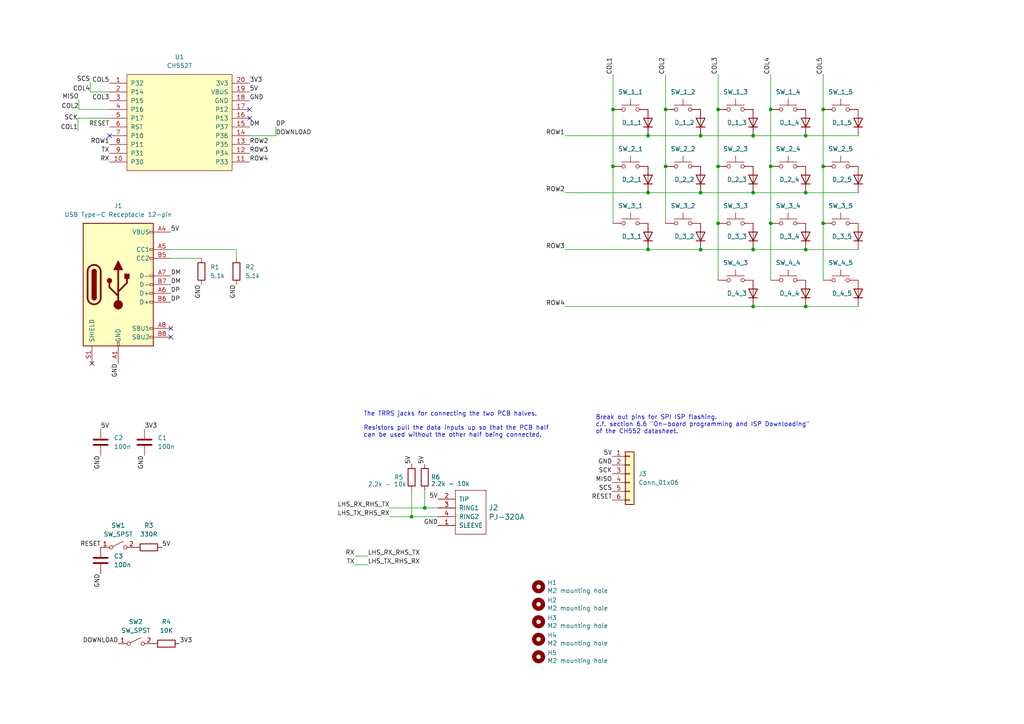
<source format=kicad_sch>
(kicad_sch (version 20230121) (generator eeschema)
  (paper "A4")
  (title_block (title "CH552-36 (LHS)") (date "2024-01-03") (rev "rev2024.1-pre") (company "Richard Goulter (rgoulter)") (comment 1 "Using CH552T MCU.") (comment 2 "LHS of split 3x5+3 keyboard") (comment 3 "Project: https://github.com/rgoulter/keyboard-labs"))
  (lib_symbols
    (symbol "Connector:USB_C_Receptacle_USB2.0" (pin_names (offset 1.016))
      (property "Reference" "J" (at -10.16 19.05 0))
      (property "Value" "USB_C_Receptacle_USB2.0" (at 19.05 19.05 0))
      (symbol "USB_C_Receptacle_USB2.0_0_0"
        (rectangle (start -0.254 -17.78) (end 0.254 -16.764))
        (rectangle (start 10.16 -14.986) (end 9.144 -15.494))
        (rectangle (start 10.16 -12.446) (end 9.144 -12.954))
        (rectangle (start 10.16 -4.826) (end 9.144 -5.334))
        (rectangle (start 10.16 -2.286) (end 9.144 -2.794))
        (rectangle (start 10.16 0.254) (end 9.144 -0.254))
        (rectangle (start 10.16 2.794) (end 9.144 2.286))
        (rectangle (start 10.16 7.874) (end 9.144 7.366))
        (rectangle (start 10.16 10.414) (end 9.144 9.906))
        (rectangle (start 10.16 15.494) (end 9.144 14.986))
      )
      (symbol "USB_C_Receptacle_USB2.0_0_1"
        (rectangle (start -10.16 17.78) (end 10.16 -17.78) (stroke (width 0.254)) (fill (type background)))
        (arc (start -8.89 -3.81) (mid -6.985 -5.7067) (end -5.08 -3.81) (stroke (width 0.508)))
        (arc (start -7.62 -3.81) (mid -6.985 -4.4423) (end -6.35 -3.81) (stroke (width 0.254)))
        (arc (start -7.62 -3.81) (mid -6.985 -4.4423) (end -6.35 -3.81) (stroke (width 0.254)) (fill (type outline)))
        (rectangle (start -7.62 -3.81) (end -6.35 3.81) (stroke (width 0.254)) (fill (type outline)))
        (arc (start -6.35 3.81) (mid -6.985 4.4423) (end -7.62 3.81) (stroke (width 0.254)))
        (arc (start -6.35 3.81) (mid -6.985 4.4423) (end -7.62 3.81) (stroke (width 0.254)) (fill (type outline)))
        (arc (start -5.08 3.81) (mid -6.985 5.7067) (end -8.89 3.81) (stroke (width 0.508)))
        (circle (center -2.54 1.143) (radius 0.635) (stroke (width 0.254)) (fill (type outline)))
        (circle (center 0 -5.842) (radius 1.27) (fill (type outline)))
        (polyline (pts (xy -8.89 -3.81) (xy -8.89 3.81)) (stroke (width 0.508)))
        (polyline (pts (xy -5.08 3.81) (xy -5.08 -3.81)) (stroke (width 0.508)))
        (polyline (pts (xy 0 -5.842) (xy 0 4.318)) (stroke (width 0.508)))
        (polyline (pts (xy 0 -3.302) (xy -2.54 -0.762) (xy -2.54 0.508)) (stroke (width 0.508)))
        (polyline (pts (xy 0 -2.032) (xy 2.54 0.508) (xy 2.54 1.778)) (stroke (width 0.508)))
        (polyline (pts (xy -1.27 4.318) (xy 0 6.858) (xy 1.27 4.318) (xy -1.27 4.318)) (stroke (width 0.254)) (fill (type outline)))
        (rectangle (start 1.905 1.778) (end 3.175 3.048) (stroke (width 0.254)) (fill (type outline)))
      )
      (symbol "USB_C_Receptacle_USB2.0_1_1"
        (pin passive line (at 0 -22.86 90) (length 5.08) (name "GND") (number "A1"))
        (pin passive line (at 0 -22.86 90) (length 5.08) hide (name "GND") (number "A12"))
        (pin passive line (at 15.24 15.24 180) (length 5.08) (name "VBUS") (number "A4"))
        (pin bidirectional line (at 15.24 10.16 180) (length 5.08) (name "CC1") (number "A5"))
        (pin bidirectional line (at 15.24 -2.54 180) (length 5.08) (name "D+") (number "A6"))
        (pin bidirectional line (at 15.24 2.54 180) (length 5.08) (name "D-") (number "A7"))
        (pin bidirectional line (at 15.24 -12.7 180) (length 5.08) (name "SBU1") (number "A8"))
        (pin passive line (at 15.24 15.24 180) (length 5.08) hide (name "VBUS") (number "A9"))
        (pin passive line (at 0 -22.86 90) (length 5.08) hide (name "GND") (number "B1"))
        (pin passive line (at 0 -22.86 90) (length 5.08) hide (name "GND") (number "B12"))
        (pin passive line (at 15.24 15.24 180) (length 5.08) hide (name "VBUS") (number "B4"))
        (pin bidirectional line (at 15.24 7.62 180) (length 5.08) (name "CC2") (number "B5"))
        (pin bidirectional line (at 15.24 -5.08 180) (length 5.08) (name "D+") (number "B6"))
        (pin bidirectional line (at 15.24 0 180) (length 5.08) (name "D-") (number "B7"))
        (pin bidirectional line (at 15.24 -15.24 180) (length 5.08) (name "SBU2") (number "B8"))
        (pin passive line (at 15.24 15.24 180) (length 5.08) hide (name "VBUS") (number "B9"))
        (pin passive line (at -7.62 -22.86 90) (length 5.08) (name "SHIELD") (number "S1"))
      )
    )
    (symbol "Connector_Generic:Conn_01x06" (pin_names (offset 1.016) hide)
      (property "Reference" "J" (at 0 7.62 0))
      (property "Value" "Conn_01x06" (at 0 -10.16 0))
      (symbol "Conn_01x06_1_1"
        (rectangle (start -1.27 -7.493) (end 0 -7.747) (stroke (width 0.1524)))
        (rectangle (start -1.27 -4.953) (end 0 -5.207) (stroke (width 0.1524)))
        (rectangle (start -1.27 -2.413) (end 0 -2.667) (stroke (width 0.1524)))
        (rectangle (start -1.27 0.127) (end 0 -0.127) (stroke (width 0.1524)))
        (rectangle (start -1.27 2.667) (end 0 2.413) (stroke (width 0.1524)))
        (rectangle (start -1.27 5.207) (end 0 4.953) (stroke (width 0.1524)))
        (rectangle (start -1.27 6.35) (end 1.27 -8.89) (stroke (width 0.254)) (fill (type background)))
        (pin passive line (at -5.08 5.08 0) (length 3.81) (name "Pin_1") (number "1"))
        (pin passive line (at -5.08 2.54 0) (length 3.81) (name "Pin_2") (number "2"))
        (pin passive line (at -5.08 0 0) (length 3.81) (name "Pin_3") (number "3"))
        (pin passive line (at -5.08 -2.54 0) (length 3.81) (name "Pin_4") (number "4"))
        (pin passive line (at -5.08 -5.08 0) (length 3.81) (name "Pin_5") (number "5"))
        (pin passive line (at -5.08 -7.62 0) (length 3.81) (name "Pin_6") (number "6"))
      )
    )
    (symbol "Device:C" (pin_numbers hide) (pin_names (offset 0.254))
      (property "Reference" "C" (at 0.635 2.54 0))
      (property "Value" "C" (at 0.635 -2.54 0))
      (symbol "C_0_1"
        (polyline (pts (xy -2.032 -0.762) (xy 2.032 -0.762)) (stroke (width 0.508)))
        (polyline (pts (xy -2.032 0.762) (xy 2.032 0.762)) (stroke (width 0.508)))
      )
      (symbol "C_1_1"
        (pin passive line (at 0 3.81 270) (length 2.794) (name "~") (number "1"))
        (pin passive line (at 0 -3.81 90) (length 2.794) (name "~") (number "2"))
      )
    )
    (symbol "Device:D" (pin_numbers hide) (pin_names (offset 1.016) hide)
      (property "Reference" "D" (at 0 2.54 0))
      (property "Value" "D" (at 0 -2.54 0))
      (symbol "D_0_1"
        (polyline (pts (xy -1.27 1.27) (xy -1.27 -1.27)) (stroke (width 0.254)))
        (polyline (pts (xy 1.27 0) (xy -1.27 0)))
        (polyline (pts (xy 1.27 1.27) (xy 1.27 -1.27) (xy -1.27 0) (xy 1.27 1.27)) (stroke (width 0.254)))
      )
      (symbol "D_1_1"
        (pin passive line (at -3.81 0 0) (length 2.54) (name "K") (number "1"))
        (pin passive line (at 3.81 0 180) (length 2.54) (name "A") (number "2"))
      )
    )
    (symbol "Device:R" (pin_numbers hide) (pin_names (offset 0))
      (property "Reference" "R" (at 2.032 0 90))
      (property "Value" "R" (at 0 0 90))
      (symbol "R_0_1"
        (rectangle (start -1.016 -2.54) (end 1.016 2.54) (stroke (width 0.254)))
      )
      (symbol "R_1_1"
        (pin passive line (at 0 3.81 270) (length 1.27) (name "~") (number "1"))
        (pin passive line (at 0 -3.81 90) (length 1.27) (name "~") (number "2"))
      )
    )
    (symbol "Mechanical:MountingHole" (pin_names (offset 1.016))
      (property "Reference" "H" (at 0 5.08 0))
      (property "Value" "MountingHole" (at 0 3.175 0))
      (symbol "MountingHole_0_1"
        (circle (center 0 0) (radius 1.27) (stroke (width 1.27)))
      )
    )
    (symbol "ProjectLocal:CH552T" (pin_names (offset 1.016))
      (property "Reference" "U" (at -12.7 27.94 0))
      (property "Value" "CH552T" (at 0 12.7 90))
      (symbol "CH552T_0_1"
        (rectangle (start -15.24 25.4) (end 15.24 -2.54) (fill (type background)))
      )
      (symbol "CH552T_1_1"
        (pin bidirectional line (at -20.32 22.86 0) (length 5.08) (name "P32") (number "1"))
        (pin bidirectional line (at -20.32 0 0) (length 5.08) (name "P30") (number "10"))
        (pin bidirectional line (at 20.32 0 180) (length 5.08) (name "P33") (number "11"))
        (pin bidirectional line (at 20.32 2.54 180) (length 5.08) (name "P34") (number "12"))
        (pin bidirectional line (at 20.32 5.08 180) (length 5.08) (name "P35") (number "13"))
        (pin bidirectional line (at 20.32 7.62 180) (length 5.08) (name "P36") (number "14"))
        (pin bidirectional line (at 20.32 10.16 180) (length 5.08) (name "P37") (number "15"))
        (pin bidirectional line (at 20.32 12.7 180) (length 5.08) (name "P13") (number "16"))
        (pin bidirectional line (at 20.32 15.24 180) (length 5.08) (name "P12") (number "17"))
        (pin power_out line (at 20.32 17.78 180) (length 5.08) (name "GND") (number "18"))
        (pin power_out line (at 20.32 20.32 180) (length 5.08) (name "VBUS") (number "19"))
        (pin bidirectional line (at -20.32 20.32 0) (length 5.08) (name "P14") (number "2"))
        (pin power_out line (at 20.32 22.86 180) (length 5.08) (name "3V3") (number "20"))
        (pin bidirectional line (at -20.32 17.78 0) (length 5.08) (name "P15") (number "3"))
        (pin bidirectional line (at -20.32 15.24 0) (length 5.08) (name "P16") (number "4"))
        (pin bidirectional line (at -20.32 12.7 0) (length 5.08) (name "P17") (number "5"))
        (pin bidirectional line (at -20.32 10.16 0) (length 5.08) (name "RST") (number "6"))
        (pin bidirectional line (at -20.32 7.62 0) (length 5.08) (name "P10") (number "7"))
        (pin bidirectional line (at -20.32 5.08 0) (length 5.08) (name "P11") (number "8"))
        (pin bidirectional line (at -20.32 2.54 0) (length 5.08) (name "P31") (number "9"))
      )
    )
    (symbol "Switch:SW_Push" (pin_numbers hide) (pin_names (offset 1.016) hide)
      (property "Reference" "SW" (at 1.27 2.54 0))
      (property "Value" "SW_Push" (at 0 -1.524 0))
      (symbol "SW_Push_0_1"
        (circle (center -2.032 0) (radius 0.508))
        (polyline (pts (xy 0 1.27) (xy 0 3.048)))
        (polyline (pts (xy 2.54 1.27) (xy -2.54 1.27)))
        (circle (center 2.032 0) (radius 0.508))
        (pin passive line (at -5.08 0 0) (length 2.54) (name "1") (number "1"))
        (pin passive line (at 5.08 0 180) (length 2.54) (name "2") (number "2"))
      )
    )
    (symbol "Switch:SW_SPST" (pin_names (offset 0) hide)
      (property "Reference" "SW" (at 0 3.175 0))
      (property "Value" "SW_SPST" (at 0 -2.54 0))
      (symbol "SW_SPST_0_0"
        (circle (center -2.032 0) (radius 0.508))
        (polyline (pts (xy -1.524 0.254) (xy 1.524 1.778)))
        (circle (center 2.032 0) (radius 0.508))
      )
      (symbol "SW_SPST_1_1"
        (pin passive line (at -5.08 0 0) (length 2.54) (name "A") (number "1"))
        (pin passive line (at 5.08 0 180) (length 2.54) (name "B") (number "2"))
      )
    )
    (symbol "keebio:TRRS" (pin_names (offset 1.016))
      (property "Reference" "U" (at 0 15.24 0))
      (property "Value" "TRRS" (at 0 -2.54 0))
      (symbol "TRRS_0_1"
        (rectangle (start -3.81 0) (end -3.81 12.7))
        (rectangle (start -3.81 12.7) (end 5.08 12.7))
        (rectangle (start 5.08 0) (end -3.81 0))
        (rectangle (start 5.08 12.7) (end 5.08 0))
      )
      (symbol "TRRS_1_1"
        (pin input line (at -8.89 2.54 0) (length 5.08) (name "SLEEVE") (number "1"))
        (pin input line (at -8.89 10.16 0) (length 5.08) (name "TIP") (number "2"))
        (pin input line (at -8.89 7.62 0) (length 5.08) (name "RING1") (number "3"))
        (pin input line (at -8.89 5.08 0) (length 5.08) (name "RING2") (number "4"))
      )
    )
  )
  (junction (at 233.68 72.39))
  (junction (at 208.28 31.75))
  (junction (at 203.2 39.37))
  (junction (at 177.8 48.26))
  (junction (at 187.96 55.88))
  (junction (at 223.52 31.75))
  (junction (at 218.44 55.88))
  (junction (at 123.19 147.32))
  (junction (at 233.68 88.9))
  (junction (at 233.68 39.37))
  (junction (at 208.28 48.26))
  (junction (at 177.8 31.75))
  (junction (at 238.76 48.26))
  (junction (at 218.44 39.37))
  (junction (at 193.04 48.26))
  (junction (at 203.2 72.39))
  (junction (at 238.76 64.77))
  (junction (at 233.68 55.88))
  (junction (at 193.04 31.75))
  (junction (at 238.76 31.75))
  (junction (at 218.44 72.39))
  (junction (at 203.2 55.88))
  (junction (at 187.96 72.39))
  (junction (at 223.52 48.26))
  (junction (at 208.28 64.77))
  (junction (at 223.52 64.77))
  (junction (at 187.96 39.37))
  (junction (at 119.38 149.86))
  (junction (at 218.44 88.9))
  (no_connect (at 72.39 34.29))
  (no_connect (at 72.39 31.75))
  (no_connect (at 26.67 105.41))
  (no_connect (at 49.53 95.25))
  (no_connect (at 31.75 39.37))
  (no_connect (at 49.53 97.79))
  (wire (pts (xy 223.52 21.59) (xy 223.52 31.75)))
  (wire (pts (xy 203.2 39.37) (xy 218.44 39.37)))
  (wire (pts (xy 233.68 72.39) (xy 248.92 72.39)))
  (wire (pts (xy 102.87 161.29) (xy 106.68 161.29)))
  (wire (pts (xy 22.606 34.29) (xy 31.75 34.29)))
  (wire (pts (xy 208.28 31.75) (xy 208.28 48.26)))
  (wire (pts (xy 187.96 72.39) (xy 203.2 72.39)))
  (wire (pts (xy 123.19 147.32) (xy 123.19 142.24)))
  (wire (pts (xy 208.28 64.77) (xy 208.28 81.28)))
  (wire (pts (xy 119.38 149.86) (xy 127 149.86)))
  (wire (pts (xy 218.44 72.39) (xy 233.68 72.39)))
  (wire (pts (xy 113.03 149.86) (xy 119.38 149.86)))
  (wire (pts (xy 187.96 39.37) (xy 203.2 39.37)))
  (wire (pts (xy 187.96 55.88) (xy 163.83 55.88)))
  (wire (pts (xy 31.75 26.67) (xy 26.162 26.67)))
  (wire (pts (xy 233.68 88.9) (xy 248.92 88.9)))
  (wire (pts (xy 203.2 55.88) (xy 218.44 55.88)))
  (wire (pts (xy 177.8 48.26) (xy 177.8 64.77)))
  (wire (pts (xy 187.96 72.39) (xy 163.83 72.39)))
  (wire (pts (xy 193.04 31.75) (xy 193.04 48.26)))
  (wire (pts (xy 49.53 74.93) (xy 58.42 74.93)))
  (wire (pts (xy 238.76 64.77) (xy 238.76 81.28)))
  (wire (pts (xy 22.606 37.846) (xy 22.606 34.29)))
  (wire (pts (xy 208.28 48.26) (xy 208.28 64.77)))
  (wire (pts (xy 49.53 72.39) (xy 68.58 72.39)))
  (wire (pts (xy 193.04 48.26) (xy 193.04 64.77)))
  (wire (pts (xy 31.75 31.75) (xy 22.86 31.75)))
  (wire (pts (xy 22.86 28.956) (xy 22.86 31.75)))
  (wire (pts (xy 223.52 48.26) (xy 223.52 64.77)))
  (wire (pts (xy 203.2 72.39) (xy 218.44 72.39)))
  (wire (pts (xy 68.58 74.93) (xy 68.58 72.39)))
  (wire (pts (xy 80.01 36.83) (xy 80.01 39.37)))
  (wire (pts (xy 223.52 31.75) (xy 223.52 48.26)))
  (wire (pts (xy 208.28 21.59) (xy 208.28 31.75)))
  (wire (pts (xy 193.04 21.59) (xy 193.04 31.75)))
  (wire (pts (xy 223.52 64.77) (xy 223.52 81.28)))
  (wire (pts (xy 238.76 48.26) (xy 238.76 64.77)))
  (wire (pts (xy 218.44 88.9) (xy 233.68 88.9)))
  (wire (pts (xy 218.44 55.88) (xy 233.68 55.88)))
  (wire (pts (xy 238.76 31.75) (xy 238.76 48.26)))
  (wire (pts (xy 233.68 39.37) (xy 248.92 39.37)))
  (wire (pts (xy 233.68 55.88) (xy 248.92 55.88)))
  (wire (pts (xy 72.39 39.37) (xy 80.01 39.37)))
  (wire (pts (xy 187.96 39.37) (xy 163.83 39.37)))
  (wire (pts (xy 163.83 88.9) (xy 218.44 88.9)))
  (wire (pts (xy 102.87 163.83) (xy 106.68 163.83)))
  (wire (pts (xy 187.96 55.88) (xy 203.2 55.88)))
  (wire (pts (xy 119.38 149.86) (xy 119.38 142.24)))
  (wire (pts (xy 238.76 21.59) (xy 238.76 31.75)))
  (wire (pts (xy 177.8 31.75) (xy 177.8 48.26)))
  (wire (pts (xy 177.8 21.59) (xy 177.8 31.75)))
  (wire (pts (xy 113.03 147.32) (xy 123.19 147.32)))
  (wire (pts (xy 218.44 39.37) (xy 233.68 39.37)))
  (wire (pts (xy 26.162 23.876) (xy 26.162 26.67)))
  (wire (pts (xy 123.19 147.32) (xy 127 147.32)))
  (text "Break out pins for SPI ISP flashing.\nc.f. section 6.6 \"On-board programming and ISP Downloading\"\nof the CH552 datasheet." (at 172.72 125.984 0) (effects (font (size 1.27 1.27)) (justify left bottom)))
  (text "The TRRS jacks for connecting the two PCB halves.\n\nResistors pull the data inputs up so that the PCB half\ncan be used without the other half being connected." (at 105.41 127 0) (effects (font (size 1.27 1.27)) (justify left bottom)))
  (label "3V3" (at 72.39 24.13 0))
  (label "COL4" (at 223.52 21.59 90))
  (label "ROW2" (at 163.83 55.88 180))
  (label "RESET" (at 29.21 158.75 180))
  (label "GND" (at 29.21 132.08 270))
  (label "LHS_TX_RHS_RX" (at 113.03 149.86 180))
  (label "COL1" (at 177.8 21.59 90))
  (label "MISO" (at 177.546 139.954 180))
  (label "5V" (at 29.21 124.46 0))
  (label "RX" (at 102.87 161.29 180))
  (label "COL2" (at 193.04 21.59 90))
  (label "COL5" (at 238.76 21.59 90))
  (label "RESET" (at 31.75 36.83 180))
  (label "RESET" (at 177.546 145.034 180))
  (label "SCK" (at 22.606 35.052 180))
  (label "COL4" (at 26.162 26.67 180))
  (label "5V" (at 119.38 134.62 90))
  (label "5V" (at 177.546 132.334 180))
  (label "ROW4" (at 163.83 88.9 180))
  (label "5V" (at 49.53 67.31 0))
  (label "MISO" (at 22.86 28.956 180))
  (label "DP" (at 49.53 87.63 0))
  (label "TX" (at 102.87 163.83 180))
  (label "3V3" (at 41.91 124.46 0))
  (label "DM" (at 49.53 82.55 0))
  (label "5V" (at 127 144.78 180))
  (label "LHS_TX_RHS_RX" (at 106.68 163.83 0))
  (label "ROW1" (at 163.83 39.37 180))
  (label "5V" (at 123.19 134.62 90))
  (label "COL1" (at 22.606 37.846 180))
  (label "5V" (at 46.99 158.75 0))
  (label "GND" (at 29.21 166.37 270))
  (label "GND" (at 127 152.4 180))
  (label "GND" (at 68.58 82.55 270))
  (label "RX" (at 31.75 46.99 180))
  (label "COL3" (at 208.28 21.59 90))
  (label "DP" (at 80.01 36.83 0))
  (label "ROW3" (at 72.39 44.45 0))
  (label "COL2" (at 22.86 31.75 180))
  (label "DP" (at 49.53 85.09 0))
  (label "SCK" (at 177.546 137.414 180))
  (label "GND" (at 58.42 82.55 270))
  (label "ROW4" (at 72.39 46.99 0))
  (label "GND" (at 34.29 105.41 270))
  (label "DM" (at 72.39 36.83 0))
  (label "COL3" (at 31.75 29.21 180))
  (label "LHS_RX_RHS_TX" (at 106.68 161.29 0))
  (label "SCS" (at 26.162 23.876 180))
  (label "GND" (at 41.91 132.08 270))
  (label "ROW3" (at 163.83 72.39 180))
  (label "GND" (at 72.39 29.21 0))
  (label "3V3" (at 52.07 186.69 0))
  (label "TX" (at 31.75 44.45 180))
  (label "COL5" (at 31.75 24.13 180))
  (label "DOWNLOAD" (at 80.01 39.37 0))
  (label "ROW2" (at 72.39 41.91 0))
  (label "DM" (at 49.53 80.01 0))
  (label "GND" (at 177.546 134.874 180))
  (label "5V" (at 72.39 26.67 0))
  (label "ROW1" (at 31.75 41.91 180))
  (label "LHS_RX_RHS_TX" (at 113.03 147.32 180))
  (label "DOWNLOAD" (at 34.29 186.69 180))
  (label "SCS" (at 177.546 142.494 180))
  (symbol (lib_id "Switch:SW_SPST") (at 34.29 158.75 0) (unit 1) (in_bom no)
    (property "Reference" "SW1" (at 34.29 152.4 0))
    (property "Value" "SW_SPST" (at 34.29 154.94 0))
    (property "Footprint" "Connector_Wire:SolderWire-0.5sqmm_1x02_P4.6mm_D0.9mm_OD2.1mm" (effects hide))
  )
  (symbol (lib_id "ProjectLocal:CH552T") (at 52.07 46.99 0) (unit 1)
    (property "Reference" "U1" (at 52.07 16.51 0))
    (property "Value" "CH552T" (at 52.07 19.05 0))
    (property "Footprint" "Package_SO:TSSOP-20_4.4x6.5mm_P0.65mm" (effects hide))
    (property "LCSC" "C111367" (effects hide))
  )
  (symbol (lib_id "Switch:SW_Push") (at 198.12 64.77 0) (unit 1)
    (property "Reference" "SW_3_2" (at 198.12 59.69 0))
    (property "Value" "MX-compatible" (effects hide))
    (property "Footprint" "ProjectLocal:SW_Cherry_MX_PCB_1.00u_BSilkRef" (effects hide))
    (property "Description" "Mechanical Keyboard Switch" (effects hide))
  )
  (symbol (lib_id "Device:D") (at 248.92 85.09 90) (unit 1)
    (property "Reference" "D_4_5" (at 241.3 85.09 90) (effects (justify right)))
    (property "Value" "1N4148" (effects hide))
    (property "Footprint" "Diode_SMD:D_SOD-123" (effects hide))
    (property "Description" "Diode (0805)" (effects hide))
    (property "LCSC" "C9808" (effects hide))
  )
  (symbol (lib_id "Device:D") (at 248.92 35.56 90) (unit 1)
    (property "Reference" "D_1_5" (at 241.3 35.56 90) (effects (justify right)))
    (property "Value" "1N4148" (effects hide))
    (property "Footprint" "Diode_SMD:D_SOD-123" (effects hide))
    (property "Description" "Diode (0805)" (effects hide))
    (property "LCSC" "C9808" (effects hide))
  )
  (symbol (lib_id "Device:D") (at 218.44 85.09 90) (unit 1)
    (property "Reference" "D_4_3" (at 210.82 85.09 90) (effects (justify right)))
    (property "Value" "1N4148" (effects hide))
    (property "Footprint" "Diode_SMD:D_SOD-123" (effects hide))
    (property "Description" "Diode (0805)" (effects hide))
    (property "LCSC" "C9808" (effects hide))
  )
  (symbol (lib_id "Switch:SW_Push") (at 228.6 81.28 0) (unit 1)
    (property "Reference" "SW_4_4" (at 228.6 76.2 0))
    (property "Value" "MX-compatible" (effects hide))
    (property "Footprint" "ProjectLocal:SW_Cherry_MX_PCB_1.00u_BSilkRef" (effects hide))
    (property "Description" "Mechanical Keyboard Switch" (effects hide))
  )
  (symbol (lib_id "Switch:SW_Push") (at 198.12 31.75 0) (unit 1)
    (property "Reference" "SW_1_2" (at 198.12 26.67 0))
    (property "Value" "MX-compatible" (effects hide))
    (property "Footprint" "ProjectLocal:SW_Cherry_MX_PCB_1.00u_BSilkRef" (effects hide))
    (property "Description" "Mechanical Keyboard Switch" (effects hide))
  )
  (symbol (lib_id "Switch:SW_Push") (at 228.6 31.75 0) (unit 1)
    (property "Reference" "SW_1_4" (at 228.6 26.67 0))
    (property "Value" "MX-compatible" (effects hide))
    (property "Footprint" "ProjectLocal:SW_Cherry_MX_PCB_1.00u_BSilkRef" (effects hide))
    (property "Description" "Mechanical Keyboard Switch" (effects hide))
  )
  (symbol (lib_id "Mechanical:MountingHole") (at 156.21 180.34 0) (unit 1)
    (property "Reference" "H3" (at 158.75 179.1716 0) (effects (justify left)))
    (property "Value" "M2 mounting hole" (at 158.75 181.483 0) (effects (justify left)))
    (property "Footprint" "MountingHole:MountingHole_2.2mm_M2_DIN965" (effects hide))
  )
  (symbol (lib_id "Device:R") (at 58.42 78.74 0) (unit 1)
    (property "Reference" "R1" (at 60.96 77.47 0) (effects (justify left)))
    (property "Value" "5.1k" (at 60.96 80.01 0) (effects (justify left)))
    (property "Footprint" "Resistor_SMD:R_0805_2012Metric" (effects hide))
    (property "LCSC" "C27834" (effects hide))
  )
  (symbol (lib_id "Mechanical:MountingHole") (at 156.21 175.26 0) (unit 1)
    (property "Reference" "H2" (at 158.75 174.0916 0) (effects (justify left)))
    (property "Value" "M2 mounting hole" (at 158.75 176.403 0) (effects (justify left)))
    (property "Footprint" "MountingHole:MountingHole_2.2mm_M2_DIN965" (effects hide))
  )
  (symbol (lib_id "Device:D") (at 233.68 85.09 90) (unit 1)
    (property "Reference" "D_4_4" (at 226.06 85.09 90) (effects (justify right)))
    (property "Value" "1N4148" (effects hide))
    (property "Footprint" "Diode_SMD:D_SOD-123" (effects hide))
    (property "Description" "Diode (0805)" (effects hide))
    (property "LCSC" "C9808" (effects hide))
  )
  (symbol (lib_id "Device:D") (at 248.92 68.58 90) (unit 1)
    (property "Reference" "D_3_5" (at 241.3 68.58 90) (effects (justify right)))
    (property "Value" "1N4148" (effects hide))
    (property "Footprint" "Diode_SMD:D_SOD-123" (effects hide))
    (property "Description" "Diode (0805)" (effects hide))
    (property "LCSC" "C9808" (effects hide))
  )
  (symbol (lib_id "Device:C") (at 29.21 162.56 0) (unit 1)
    (property "Reference" "C3" (at 33.02 161.29 0) (effects (justify left)))
    (property "Value" "100n" (at 33.02 163.83 0) (effects (justify left)))
    (property "Footprint" "Capacitor_SMD:C_0805_2012Metric" (effects hide))
    (property "LCSC" "C49678" (effects hide))
  )
  (symbol (lib_id "Connector:USB_C_Receptacle_USB2.0") (at 34.29 82.55 0) (unit 1)
    (property "Reference" "J1" (at 34.29 59.69 0))
    (property "Value" "USB Type-C Receptacle 12-pin" (at 34.29 62.23 0))
    (property "Footprint" "Connector_USB:USB_C_Receptacle_HRO_TYPE-C-31-M-12" (effects hide))
    (property "Datasheet" "https://www.usb.org/sites/default/files/documents/usb_type-c.zip" (effects hide))
  )
  (symbol (lib_id "Switch:SW_SPST") (at 39.37 186.69 0) (unit 1) (in_bom no)
    (property "Reference" "SW2" (at 39.37 180.34 0))
    (property "Value" "SW_SPST" (at 39.37 182.88 0))
    (property "Footprint" "Connector_Wire:SolderWire-0.5sqmm_1x02_P4.6mm_D0.9mm_OD2.1mm" (effects hide))
  )
  (symbol (lib_id "Switch:SW_Push") (at 243.84 64.77 0) (unit 1)
    (property "Reference" "SW_3_5" (at 243.84 59.69 0))
    (property "Value" "MX-compatible" (effects hide))
    (property "Footprint" "ProjectLocal:SW_Cherry_MX_PCB_1.00u_BSilkRef" (effects hide))
    (property "Description" "Mechanical Keyboard Switch" (effects hide))
  )
  (symbol (lib_id "Device:C") (at 29.21 128.27 0) (unit 1)
    (property "Reference" "C2" (at 33.02 127 0) (effects (justify left)))
    (property "Value" "100n" (at 33.02 129.54 0) (effects (justify left)))
    (property "Footprint" "Capacitor_SMD:C_0805_2012Metric" (effects hide))
    (property "LCSC" "C49678" (effects hide))
  )
  (symbol (lib_id "Switch:SW_Push") (at 182.88 48.26 0) (unit 1)
    (property "Reference" "SW_2_1" (at 182.88 43.18 0))
    (property "Value" "MX-compatible" (effects hide))
    (property "Footprint" "ProjectLocal:SW_Cherry_MX_PCB_1.00u_BSilkRef" (effects hide))
    (property "Description" "Mechanical Keyboard Switch" (effects hide))
  )
  (symbol (lib_id "Switch:SW_Push") (at 213.36 81.28 0) (unit 1)
    (property "Reference" "SW_4_3" (at 213.36 76.2 0))
    (property "Value" "MX-compatible" (effects hide))
    (property "Footprint" "ProjectLocal:SW_Cherry_MX_PCB_1.00u_BSilkRef" (effects hide))
    (property "Description" "Mechanical Keyboard Switch" (effects hide))
  )
  (symbol (lib_id "Device:R") (at 123.19 138.43 0) (unit 1)
    (property "Reference" "R6" (at 124.968 138.43 0) (effects (justify left)))
    (property "Value" "2.2k - 10k" (at 124.968 139.573 0) (effects (justify left top)))
    (property "Footprint" "Resistor_SMD:R_0805_2012Metric" (effects hide))
    (property "Comment" "R3, for RGB LEDs. R5, R6 for OLED screen" (effects hide))
    (property "Description" "Resistor (0805)" (effects hide))
  )
  (symbol (lib_id "Device:D") (at 203.2 52.07 90) (unit 1)
    (property "Reference" "D_2_2" (at 195.58 52.07 90) (effects (justify right)))
    (property "Value" "1N4148" (effects hide))
    (property "Footprint" "Diode_SMD:D_SOD-123" (effects hide))
    (property "Description" "Diode (0805)" (effects hide))
    (property "LCSC" "C9808" (effects hide))
  )
  (symbol (lib_id "Device:R") (at 43.18 158.75 90) (unit 1)
    (property "Reference" "R3" (at 43.18 152.4 90))
    (property "Value" "330R" (at 43.18 154.94 90))
    (property "Footprint" "Resistor_SMD:R_0805_2012Metric" (effects hide))
    (property "LCSC" "C17630" (effects hide))
  )
  (symbol (lib_id "Switch:SW_Push") (at 243.84 31.75 0) (unit 1)
    (property "Reference" "SW_1_5" (at 243.84 26.67 0))
    (property "Value" "MX-compatible" (effects hide))
    (property "Footprint" "ProjectLocal:SW_Cherry_MX_PCB_1.00u_BSilkRef" (effects hide))
    (property "Description" "Mechanical Keyboard Switch" (effects hide))
  )
  (symbol (lib_id "Switch:SW_Push") (at 213.36 31.75 0) (unit 1)
    (property "Reference" "SW_1_3" (at 213.36 26.67 0))
    (property "Value" "MX-compatible" (effects hide))
    (property "Footprint" "ProjectLocal:SW_Cherry_MX_PCB_1.00u_BSilkRef" (effects hide))
    (property "Description" "Mechanical Keyboard Switch" (effects hide))
  )
  (symbol (lib_id "Device:D") (at 187.96 52.07 90) (unit 1)
    (property "Reference" "D_2_1" (at 180.34 52.07 90) (effects (justify right)))
    (property "Value" "1N4148" (effects hide))
    (property "Footprint" "Diode_SMD:D_SOD-123" (effects hide))
    (property "Description" "Diode (0805)" (effects hide))
    (property "LCSC" "C9808" (effects hide))
  )
  (symbol (lib_id "Device:C") (at 41.91 128.27 0) (unit 1)
    (property "Reference" "C1" (at 45.72 127 0) (effects (justify left)))
    (property "Value" "100n" (at 45.72 129.54 0) (effects (justify left)))
    (property "Footprint" "Capacitor_SMD:C_0805_2012Metric" (effects hide))
    (property "LCSC" "C49678" (effects hide))
  )
  (symbol (lib_id "Device:D") (at 218.44 52.07 90) (unit 1)
    (property "Reference" "D_2_3" (at 210.82 52.07 90) (effects (justify right)))
    (property "Value" "1N4148" (effects hide))
    (property "Footprint" "Diode_SMD:D_SOD-123" (effects hide))
    (property "Description" "Diode (0805)" (effects hide))
    (property "LCSC" "C9808" (effects hide))
  )
  (symbol (lib_id "keebio:TRRS") (at 135.89 154.94 0) (unit 1)
    (property "Reference" "J2" (at 141.6812 147.2438 0) (effects (font (size 1.524 1.524)) (justify left)))
    (property "Value" "PJ-320A" (at 141.6812 149.9362 0) (effects (font (size 1.524 1.524)) (justify left)))
    (property "Footprint" "Keebio-Parts:TRRS-PJ-320A" (effects hide))
    (property "Description" "TRRS (4-pole) Jack" (effects hide))
  )
  (symbol (lib_id "Device:D") (at 233.68 52.07 90) (unit 1)
    (property "Reference" "D_2_4" (at 226.06 52.07 90) (effects (justify right)))
    (property "Value" "1N4148" (effects hide))
    (property "Footprint" "Diode_SMD:D_SOD-123" (effects hide))
    (property "Description" "Diode (0805)" (effects hide))
    (property "LCSC" "C9808" (effects hide))
  )
  (symbol (lib_id "Switch:SW_Push") (at 198.12 48.26 0) (unit 1)
    (property "Reference" "SW_2_2" (at 198.12 43.18 0))
    (property "Value" "MX-compatible" (effects hide))
    (property "Footprint" "ProjectLocal:SW_Cherry_MX_PCB_1.00u_BSilkRef" (effects hide))
    (property "Description" "Mechanical Keyboard Switch" (effects hide))
  )
  (symbol (lib_id "Device:D") (at 218.44 35.56 90) (unit 1)
    (property "Reference" "D_1_3" (at 210.82 35.56 90) (effects (justify right)))
    (property "Value" "1N4148" (effects hide))
    (property "Footprint" "Diode_SMD:D_SOD-123" (effects hide))
    (property "Description" "Diode (0805)" (effects hide))
    (property "LCSC" "C9808" (effects hide))
  )
  (symbol (lib_id "Device:D") (at 203.2 68.58 90) (unit 1)
    (property "Reference" "D_3_2" (at 195.58 68.58 90) (effects (justify right)))
    (property "Value" "1N4148" (effects hide))
    (property "Footprint" "Diode_SMD:D_SOD-123" (effects hide))
    (property "Description" "Diode (0805)" (effects hide))
    (property "LCSC" "C9808" (effects hide))
  )
  (symbol (lib_id "Switch:SW_Push") (at 243.84 48.26 0) (unit 1)
    (property "Reference" "SW_2_5" (at 243.84 43.18 0))
    (property "Value" "MX-compatible" (effects hide))
    (property "Footprint" "ProjectLocal:SW_Cherry_MX_PCB_1.00u_BSilkRef" (effects hide))
    (property "Description" "Mechanical Keyboard Switch" (effects hide))
  )
  (symbol (lib_id "Device:R") (at 48.26 186.69 90) (unit 1)
    (property "Reference" "R4" (at 48.26 180.34 90))
    (property "Value" "10K" (at 48.26 182.88 90))
    (property "Footprint" "Resistor_SMD:R_0805_2012Metric" (effects hide))
    (property "LCSC" "C17414" (effects hide))
  )
  (symbol (lib_id "Switch:SW_Push") (at 213.36 64.77 0) (unit 1)
    (property "Reference" "SW_3_3" (at 213.36 59.69 0))
    (property "Value" "MX-compatible" (effects hide))
    (property "Footprint" "ProjectLocal:SW_Cherry_MX_PCB_1.00u_BSilkRef" (effects hide))
    (property "Description" "Mechanical Keyboard Switch" (effects hide))
  )
  (symbol (lib_id "Device:D") (at 233.68 35.56 90) (unit 1)
    (property "Reference" "D_1_4" (at 226.06 35.56 90) (effects (justify right)))
    (property "Value" "1N4148" (effects hide))
    (property "Footprint" "Diode_SMD:D_SOD-123" (effects hide))
    (property "Description" "Diode (0805)" (effects hide))
    (property "LCSC" "C9808" (effects hide))
  )
  (symbol (lib_id "Device:D") (at 248.92 52.07 90) (unit 1)
    (property "Reference" "D_2_5" (at 241.3 52.07 90) (effects (justify right)))
    (property "Value" "1N4148" (effects hide))
    (property "Footprint" "Diode_SMD:D_SOD-123" (effects hide))
    (property "Description" "Diode (0805)" (effects hide))
    (property "LCSC" "C9808" (effects hide))
  )
  (symbol (lib_id "Switch:SW_Push") (at 243.84 81.28 0) (unit 1)
    (property "Reference" "SW_4_5" (at 243.84 76.2 0))
    (property "Value" "MX-compatible" (effects hide))
    (property "Footprint" "ProjectLocal:SW_Cherry_MX_PCB_1.00u_BSilkRef" (effects hide))
    (property "Description" "Mechanical Keyboard Switch" (effects hide))
  )
  (symbol (lib_id "Switch:SW_Push") (at 213.36 48.26 0) (unit 1)
    (property "Reference" "SW_2_3" (at 213.36 43.18 0))
    (property "Value" "MX-compatible" (effects hide))
    (property "Footprint" "ProjectLocal:SW_Cherry_MX_PCB_1.00u_BSilkRef" (effects hide))
    (property "Description" "Mechanical Keyboard Switch" (effects hide))
  )
  (symbol (lib_id "Mechanical:MountingHole") (at 156.21 170.18 0) (unit 1)
    (property "Reference" "H1" (at 158.75 169.0116 0) (effects (justify left)))
    (property "Value" "M2 mounting hole" (at 158.75 171.323 0) (effects (justify left)))
    (property "Footprint" "MountingHole:MountingHole_2.2mm_M2_DIN965" (effects hide))
  )
  (symbol (lib_id "Device:D") (at 187.96 68.58 90) (unit 1)
    (property "Reference" "D_3_1" (at 180.34 68.58 90) (effects (justify right)))
    (property "Value" "1N4148" (effects hide))
    (property "Footprint" "Diode_SMD:D_SOD-123" (effects hide))
    (property "Description" "Diode (0805)" (effects hide))
    (property "LCSC" "C9808" (effects hide))
  )
  (symbol (lib_id "Device:D") (at 233.68 68.58 90) (unit 1)
    (property "Reference" "D_3_4" (at 226.06 68.58 90) (effects (justify right)))
    (property "Value" "1N4148" (effects hide))
    (property "Footprint" "Diode_SMD:D_SOD-123" (effects hide))
    (property "Description" "Diode (0805)" (effects hide))
    (property "LCSC" "C9808" (effects hide))
  )
  (symbol (lib_id "Switch:SW_Push") (at 182.88 64.77 0) (unit 1)
    (property "Reference" "SW_3_1" (at 182.88 59.69 0))
    (property "Value" "MX-compatible" (effects hide))
    (property "Footprint" "ProjectLocal:SW_Cherry_MX_PCB_1.00u_BSilkRef" (effects hide))
    (property "Description" "Mechanical Keyboard Switch" (effects hide))
  )
  (symbol (lib_id "Device:R") (at 68.58 78.74 0) (unit 1)
    (property "Reference" "R2" (at 71.12 77.47 0) (effects (justify left)))
    (property "Value" "5.1k" (at 71.12 80.01 0) (effects (justify left)))
    (property "Footprint" "Resistor_SMD:R_0805_2012Metric" (effects hide))
    (property "LCSC" "C27834" (effects hide))
  )
  (symbol (lib_id "Switch:SW_Push") (at 228.6 64.77 0) (unit 1)
    (property "Reference" "SW_3_4" (at 228.6 59.69 0))
    (property "Value" "MX-compatible" (effects hide))
    (property "Footprint" "ProjectLocal:SW_Cherry_MX_PCB_1.00u_BSilkRef" (effects hide))
    (property "Description" "Mechanical Keyboard Switch" (effects hide))
  )
  (symbol (lib_id "Device:R") (at 119.38 138.43 0) (unit 1)
    (property "Reference" "R5" (at 114.3 138.43 0) (effects (justify left)))
    (property "Value" "2.2k - 10k" (at 106.68 139.7 0) (effects (justify left top)))
    (property "Footprint" "Resistor_SMD:R_0805_2012Metric" (effects hide))
    (property "Comment" "R3, for RGB LEDs. R5, R6 for OLED screen" (effects hide))
    (property "Description" "Resistor (0805)" (effects hide))
  )
  (symbol (lib_id "Device:D") (at 203.2 35.56 90) (unit 1)
    (property "Reference" "D_1_2" (at 195.58 35.56 90) (effects (justify right)))
    (property "Value" "1N4148" (effects hide))
    (property "Footprint" "Diode_SMD:D_SOD-123" (effects hide))
    (property "Description" "Diode (0805)" (effects hide))
    (property "LCSC" "C9808" (effects hide))
  )
  (symbol (lib_id "Mechanical:MountingHole") (at 156.21 185.42 0) (unit 1)
    (property "Reference" "H4" (at 158.75 184.2516 0) (effects (justify left)))
    (property "Value" "M2 mounting hole" (at 158.75 186.563 0) (effects (justify left)))
    (property "Footprint" "MountingHole:MountingHole_2.2mm_M2_DIN965" (effects hide))
  )
  (symbol (lib_id "Mechanical:MountingHole") (at 156.21 190.5 0) (unit 1)
    (property "Reference" "H5" (at 158.75 189.3316 0) (effects (justify left)))
    (property "Value" "M2 mounting hole" (at 158.75 191.643 0) (effects (justify left)))
    (property "Footprint" "MountingHole:MountingHole_2.2mm_M2_DIN965" (effects hide))
  )
  (symbol (lib_id "Switch:SW_Push") (at 182.88 31.75 0) (unit 1)
    (property "Reference" "SW_1_1" (at 182.88 26.67 0))
    (property "Value" "MX-compatible" (effects hide))
    (property "Footprint" "ProjectLocal:SW_Cherry_MX_PCB_1.00u_BSilkRef" (effects hide))
    (property "Description" "Mechanical Keyboard Switch" (effects hide))
  )
  (symbol (lib_id "Connector_Generic:Conn_01x06") (at 182.626 137.414 0) (unit 1)
    (property "Reference" "J3" (at 185.166 137.414 0) (effects (justify left)))
    (property "Value" "Conn_01x06" (at 185.166 139.954 0) (effects (justify left)))
  )
  (symbol (lib_id "Device:D") (at 218.44 68.58 90) (unit 1)
    (property "Reference" "D_3_3" (at 210.82 68.58 90) (effects (justify right)))
    (property "Value" "1N4148" (effects hide))
    (property "Footprint" "Diode_SMD:D_SOD-123" (effects hide))
    (property "Description" "Diode (0805)" (effects hide))
    (property "LCSC" "C9808" (effects hide))
  )
  (symbol (lib_id "Device:D") (at 187.96 35.56 90) (unit 1)
    (property "Reference" "D_1_1" (at 180.34 35.56 90) (effects (justify right)))
    (property "Value" "1N4148" (effects hide))
    (property "Footprint" "Diode_SMD:D_SOD-123" (effects hide))
    (property "Description" "Diode (0805)" (effects hide))
    (property "LCSC" "C9808" (effects hide))
  )
  (symbol (lib_id "Switch:SW_Push") (at 228.6 48.26 0) (unit 1)
    (property "Reference" "SW_2_4" (at 228.6 43.18 0))
    (property "Value" "MX-compatible" (effects hide))
    (property "Footprint" "ProjectLocal:SW_Cherry_MX_PCB_1.00u_BSilkRef" (effects hide))
    (property "Description" "Mechanical Keyboard Switch" (effects hide))
  )
)
</source>
